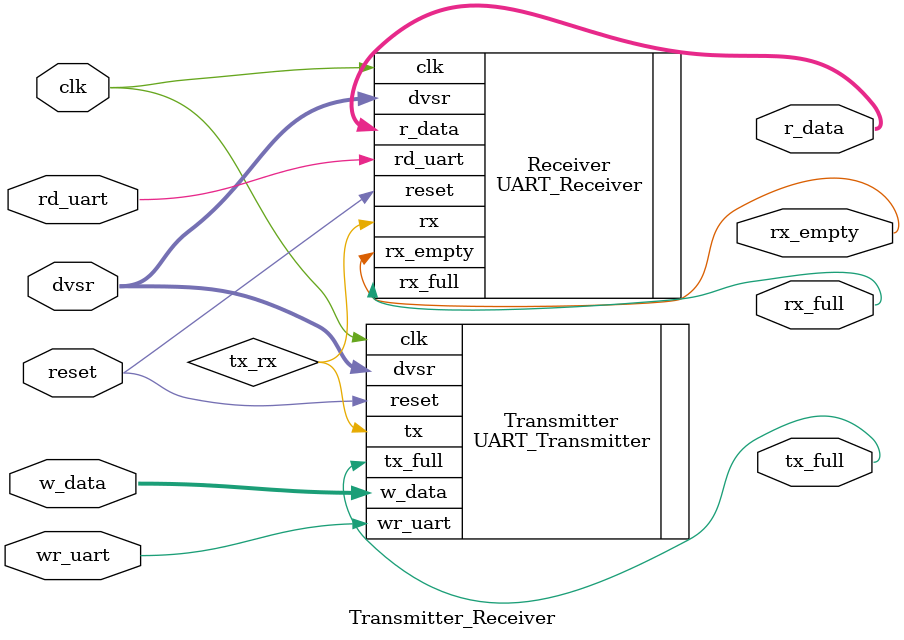
<source format=v>


module Transmitter_Receiver
#(
parameter   DBIT = 8,           // no. of data bit
            SB_TICK = 16,       // oversampling - 16 ticks per bit
            DATA_WIDTH = 8,     //bit width
            ADDR_WIDTH=2        //depth of fifo
)(

input clk,reset,
input [10:0]dvsr,

input wr_uart,
input [7:0] w_data,

input rd_uart,
output rx_empty,rx_full,tx_full,
output [7:0] r_data
);

wire tx_rx;

            
UART_Transmitter
#(
            .DBIT (DBIT),           // no. of data bit
            .SB_TICK (SB_TICK),       // oversampling - 16 ticks per bit
            .DATA_WIDTH (DATA_WIDTH),     //bit width
            .ADDR_WIDTH(ADDR_WIDTH)       //depth of fifo
)
Transmitter
(
.clk(clk),.reset(reset),
.dvsr(dvsr),
.tx(tx_rx),
.wr_uart(wr_uart),
.w_data(w_data),
.tx_full(tx_full)                //tx fifo full/empty ??

);


 UART_Receiver
#(
            .DBIT (DBIT),           // no. of data bit
            .SB_TICK (SB_TICK),       // oversampling - 16 ticks per bit
            .DATA_WIDTH (DATA_WIDTH),     //bit width
            .ADDR_WIDTH(ADDR_WIDTH)       //depth of fifo
)
Receiver
(
.clk(clk),.reset(reset),
.dvsr(dvsr),
.rx(tx_rx),
.rd_uart(rd_uart),
.rx_empty(rx_empty),.rx_full(rx_full),         //rx fifo full/empty ??
.r_data(r_data)
);


endmodule

</source>
